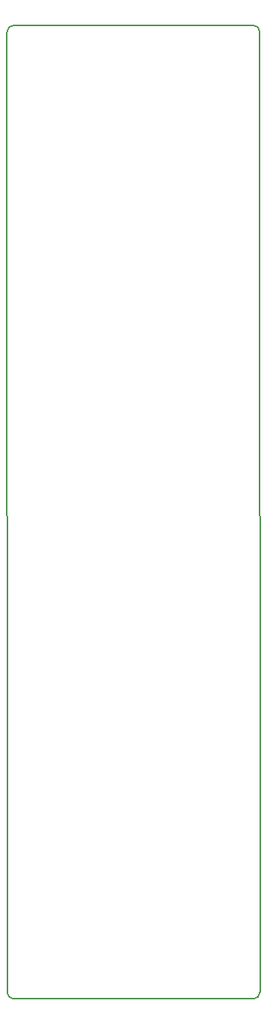
<source format=gbr>
G04 #@! TF.FileFunction,Profile,NP*
%FSLAX46Y46*%
G04 Gerber Fmt 4.6, Leading zero omitted, Abs format (unit mm)*
G04 Created by KiCad (PCBNEW 4.0.7-e2-6376~58~ubuntu16.04.1) date Thu Dec 28 11:43:27 2017*
%MOMM*%
%LPD*%
G01*
G04 APERTURE LIST*
%ADD10C,0.100000*%
%ADD11C,0.150000*%
G04 APERTURE END LIST*
D10*
D11*
X26741120Y-16199080D02*
G75*
G03X27503120Y-15437080I0J762000D01*
G01*
X-1199709Y-15437080D02*
G75*
G03X-472440Y-16199080I762829J0D01*
G01*
X-431717Y94181893D02*
G75*
G03X-1206500Y93420000I-12783J-761893D01*
G01*
X27495500Y93420000D02*
G75*
G03X26733500Y94182000I-762000J0D01*
G01*
X-1198880Y-15440660D02*
X-1206500Y93411040D01*
X27495500Y93416120D02*
X27503120Y-15435580D01*
X26736040Y-16199080D02*
X-472440Y-16199080D01*
X-431800Y94182000D02*
X26733500Y94182000D01*
M02*

</source>
